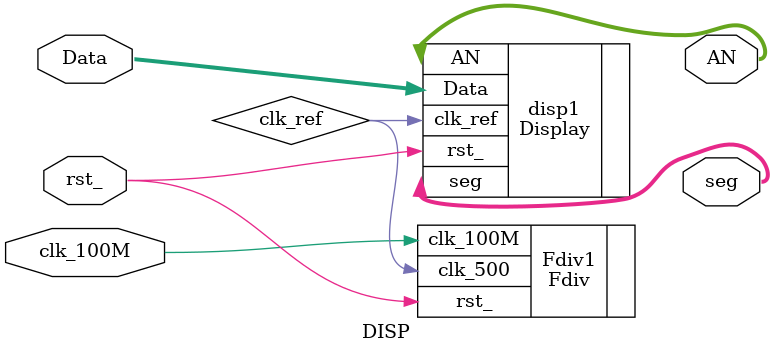
<source format=v>
`timescale 1ns / 1ps


//ÊýÂë¹ÜÏÔÊ¾µÄÍ¨ÓÃÄ£¿é
module DISP(
    input rst_,//ÇåÁã
    input clk_100M,
    input [31:0]Data,
    output [7:0]AN,//Î»Ñ¡ÐÅºÅ
    output [7:0]seg//¶ÎÑ¡ÐÅºÅ
    );
    wire clk_ref;
    Fdiv Fdiv1(
        .rst_(rst_),
        .clk_100M(clk_100M),
        .clk_500(clk_ref)
        );
     Display disp1(
        .Data(Data),
        .clk_ref(clk_ref),
        .rst_(rst_),
        .AN(AN),
        .seg(seg)
        );
endmodule
</source>
